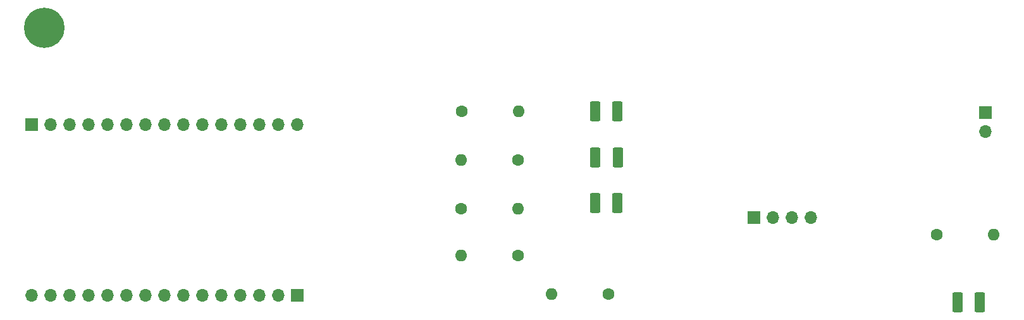
<source format=gbr>
%TF.GenerationSoftware,KiCad,Pcbnew,7.0.7*%
%TF.CreationDate,2023-09-19T21:30:54-07:00*%
%TF.ProjectId,PCB Layout,50434220-4c61-4796-9f75-742e6b696361,rev?*%
%TF.SameCoordinates,Original*%
%TF.FileFunction,Soldermask,Top*%
%TF.FilePolarity,Negative*%
%FSLAX46Y46*%
G04 Gerber Fmt 4.6, Leading zero omitted, Abs format (unit mm)*
G04 Created by KiCad (PCBNEW 7.0.7) date 2023-09-19 21:30:54*
%MOMM*%
%LPD*%
G01*
G04 APERTURE LIST*
G04 Aperture macros list*
%AMRoundRect*
0 Rectangle with rounded corners*
0 $1 Rounding radius*
0 $2 $3 $4 $5 $6 $7 $8 $9 X,Y pos of 4 corners*
0 Add a 4 corners polygon primitive as box body*
4,1,4,$2,$3,$4,$5,$6,$7,$8,$9,$2,$3,0*
0 Add four circle primitives for the rounded corners*
1,1,$1+$1,$2,$3*
1,1,$1+$1,$4,$5*
1,1,$1+$1,$6,$7*
1,1,$1+$1,$8,$9*
0 Add four rect primitives between the rounded corners*
20,1,$1+$1,$2,$3,$4,$5,0*
20,1,$1+$1,$4,$5,$6,$7,0*
20,1,$1+$1,$6,$7,$8,$9,0*
20,1,$1+$1,$8,$9,$2,$3,0*%
G04 Aperture macros list end*
%ADD10R,1.700000X1.700000*%
%ADD11O,1.700000X1.700000*%
%ADD12C,1.600000*%
%ADD13O,1.600000X1.600000*%
%ADD14C,5.400000*%
%ADD15RoundRect,0.250001X0.462499X1.074999X-0.462499X1.074999X-0.462499X-1.074999X0.462499X-1.074999X0*%
G04 APERTURE END LIST*
D10*
%TO.C,J4*%
X223012000Y-77241400D03*
D11*
X223012000Y-79781400D03*
%TD*%
D12*
%TO.C,R6*%
X216505000Y-93600000D03*
D13*
X224125000Y-93600000D03*
%TD*%
D12*
%TO.C,R5*%
X152915000Y-77089000D03*
D13*
X160535000Y-77089000D03*
%TD*%
%TO.C,R4*%
X152815000Y-83650000D03*
D12*
X160435000Y-83650000D03*
%TD*%
%TO.C,R3*%
X152815000Y-90125000D03*
D13*
X160435000Y-90125000D03*
%TD*%
D12*
%TO.C,R2*%
X160485000Y-96400000D03*
D13*
X152865000Y-96400000D03*
%TD*%
D12*
%TO.C,R1*%
X172535000Y-101525000D03*
D13*
X164915000Y-101525000D03*
%TD*%
D14*
%TO.C,H1*%
X97078800Y-65887600D03*
%TD*%
D15*
%TO.C,D1*%
X173764600Y-89357200D03*
X170789600Y-89357200D03*
%TD*%
%TO.C,D4*%
X219263900Y-102692200D03*
X222238900Y-102692200D03*
%TD*%
D10*
%TO.C,J2*%
X130886200Y-101752400D03*
D11*
X128346200Y-101752400D03*
X125806200Y-101752400D03*
X123266200Y-101752400D03*
X120726200Y-101752400D03*
X118186200Y-101752400D03*
X115646200Y-101752400D03*
X113106200Y-101752400D03*
X110566200Y-101752400D03*
X108026200Y-101752400D03*
X105486200Y-101752400D03*
X102946200Y-101752400D03*
X100406200Y-101752400D03*
X97866200Y-101752400D03*
X95326200Y-101752400D03*
%TD*%
D10*
%TO.C,J1*%
X95326200Y-78892400D03*
D11*
X97866200Y-78892400D03*
X100406200Y-78892400D03*
X102946200Y-78892400D03*
X105486200Y-78892400D03*
X108026200Y-78892400D03*
X110566200Y-78892400D03*
X113106200Y-78892400D03*
X115646200Y-78892400D03*
X118186200Y-78892400D03*
X120726200Y-78892400D03*
X123266200Y-78892400D03*
X125806200Y-78892400D03*
X128346200Y-78892400D03*
X130886200Y-78892400D03*
%TD*%
D15*
%TO.C,D3*%
X173750300Y-77114400D03*
X170775300Y-77114400D03*
%TD*%
%TO.C,D2*%
X170826100Y-83312000D03*
X173801100Y-83312000D03*
%TD*%
D10*
%TO.C,J3*%
X192024000Y-91287600D03*
D11*
X194564000Y-91287600D03*
X197104000Y-91287600D03*
X199644000Y-91287600D03*
%TD*%
M02*

</source>
